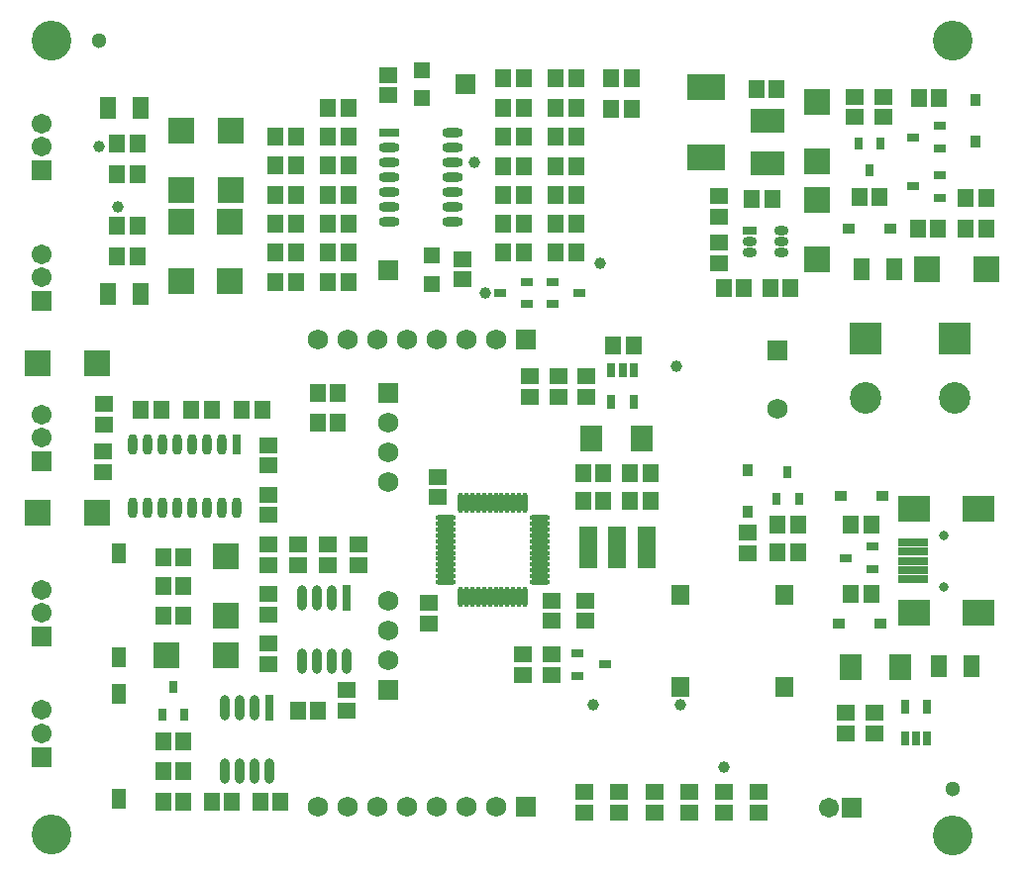
<source format=gts>
G04 Layer_Color=8388736*
%FSLAX25Y25*%
%MOIN*%
G70*
G01*
G75*
%ADD62C,0.03950*%
%ADD63R,0.05131X0.06706*%
%ADD64R,0.05524X0.07296*%
%ADD65R,0.05328X0.06115*%
%ADD66R,0.08674X0.08674*%
%ADD67R,0.06115X0.05328*%
%ADD68R,0.06706X0.07099*%
%ADD69R,0.05524X0.05524*%
%ADD70R,0.08674X0.08674*%
%ADD71R,0.04343X0.03162*%
%ADD72R,0.07099X0.03162*%
%ADD73O,0.07099X0.03162*%
%ADD74R,0.12611X0.08674*%
%ADD75R,0.03162X0.04343*%
%ADD76R,0.04147X0.03753*%
%ADD77R,0.03753X0.04147*%
%ADD78O,0.04934X0.03162*%
%ADD79R,0.04934X0.03162*%
%ADD80R,0.11824X0.07887*%
%ADD81R,0.07493X0.08674*%
%ADD82R,0.06312X0.14186*%
%ADD83R,0.02768X0.04737*%
%ADD84R,0.06312X0.06706*%
%ADD85R,0.10642X0.08674*%
%ADD86R,0.09855X0.02768*%
%ADD87R,0.03162X0.08674*%
%ADD88O,0.03162X0.08674*%
%ADD89O,0.03162X0.07099*%
%ADD90R,0.03162X0.07099*%
%ADD91O,0.06902X0.01784*%
%ADD92O,0.01784X0.06902*%
%ADD93C,0.05118*%
%ADD94C,0.13398*%
%ADD95R,0.06706X0.06706*%
%ADD96C,0.06706*%
%ADD97R,0.06706X0.06706*%
%ADD98R,0.10642X0.10642*%
%ADD99C,0.10642*%
%ADD100C,0.06800*%
%ADD101R,0.06800X0.06800*%
%ADD102R,0.06800X0.06800*%
%ADD103C,0.03162*%
D62*
X207874Y75394D02*
D03*
X237106D02*
D03*
X251772Y54331D02*
D03*
X235827Y189370D02*
D03*
X210039Y224213D02*
D03*
X171555Y214173D02*
D03*
X41437Y263386D02*
D03*
X47736Y243209D02*
D03*
X167717Y258169D02*
D03*
D63*
X48031Y78937D02*
D03*
Y43898D02*
D03*
Y126575D02*
D03*
Y91535D02*
D03*
D64*
X324016Y88287D02*
D03*
X335039D02*
D03*
X55512Y276575D02*
D03*
X44488D02*
D03*
X55512Y213779D02*
D03*
X44488D02*
D03*
X298031Y222047D02*
D03*
X309055D02*
D03*
D65*
X100787Y266732D02*
D03*
X107677D02*
D03*
X100787Y256968D02*
D03*
X107677D02*
D03*
X100787Y247205D02*
D03*
X107677D02*
D03*
Y237441D02*
D03*
X100787D02*
D03*
Y227677D02*
D03*
X107677D02*
D03*
X100787Y217913D02*
D03*
X107677D02*
D03*
X118453Y276433D02*
D03*
X125343D02*
D03*
Y266732D02*
D03*
X118453D02*
D03*
Y256968D02*
D03*
X125343D02*
D03*
Y247205D02*
D03*
X118453D02*
D03*
Y237441D02*
D03*
X125343D02*
D03*
Y227677D02*
D03*
X118453D02*
D03*
Y217913D02*
D03*
X125343D02*
D03*
X47638Y264370D02*
D03*
X54527D02*
D03*
X47638Y254134D02*
D03*
X54527D02*
D03*
X47638Y236614D02*
D03*
X54528D02*
D03*
X47638Y226279D02*
D03*
X54527D02*
D03*
X177559Y286319D02*
D03*
X184449D02*
D03*
X195276D02*
D03*
X202165D02*
D03*
X177559Y276433D02*
D03*
X184449D02*
D03*
Y266682D02*
D03*
X177559D02*
D03*
X184449Y256931D02*
D03*
X177559D02*
D03*
X202165Y276433D02*
D03*
X195276D02*
D03*
Y266682D02*
D03*
X202165D02*
D03*
Y256931D02*
D03*
X195276D02*
D03*
X213976Y286319D02*
D03*
X220866D02*
D03*
X213976Y276181D02*
D03*
X220866D02*
D03*
X202165Y247180D02*
D03*
X195276D02*
D03*
X202165Y237428D02*
D03*
X195276D02*
D03*
X202165Y227677D02*
D03*
X195276D02*
D03*
X184449Y247180D02*
D03*
X177559D02*
D03*
X184449Y237428D02*
D03*
X177559D02*
D03*
X184449Y227677D02*
D03*
X177559D02*
D03*
X251673Y215748D02*
D03*
X258563D02*
D03*
X274311D02*
D03*
X267421D02*
D03*
X268012Y245669D02*
D03*
X261122D02*
D03*
X297342Y246457D02*
D03*
X304232D02*
D03*
X324311Y279921D02*
D03*
X317421D02*
D03*
X340059Y246063D02*
D03*
X333169D02*
D03*
X323917Y235827D02*
D03*
X317028D02*
D03*
X340059D02*
D03*
X333169D02*
D03*
X262697Y282677D02*
D03*
X269587D02*
D03*
X204429Y153543D02*
D03*
X211319D02*
D03*
X220177D02*
D03*
X227067D02*
D03*
X211319Y144095D02*
D03*
X204429D02*
D03*
X227067D02*
D03*
X220177D02*
D03*
X221457Y196555D02*
D03*
X214567D02*
D03*
X301476Y136221D02*
D03*
X294587D02*
D03*
X276870Y126772D02*
D03*
X269980D02*
D03*
X276870Y136221D02*
D03*
X269980D02*
D03*
X301476Y112894D02*
D03*
X294587D02*
D03*
X63090Y42913D02*
D03*
X69980D02*
D03*
Y53018D02*
D03*
X63090D02*
D03*
X69980Y63123D02*
D03*
X63090D02*
D03*
X69980Y105512D02*
D03*
X63090D02*
D03*
X69980Y115354D02*
D03*
X63090D02*
D03*
Y125197D02*
D03*
X69980D02*
D03*
X108366Y73327D02*
D03*
X115256D02*
D03*
X79429Y42913D02*
D03*
X86319D02*
D03*
X95768D02*
D03*
X102657D02*
D03*
X89468Y174803D02*
D03*
X96358D02*
D03*
X79429D02*
D03*
X72539D02*
D03*
X62500D02*
D03*
X55610D02*
D03*
X121949Y170472D02*
D03*
X115059D02*
D03*
X121949Y180315D02*
D03*
X115059D02*
D03*
D66*
X69193Y248858D02*
D03*
Y268858D02*
D03*
X85728Y268858D02*
D03*
Y248858D02*
D03*
X69193Y218150D02*
D03*
Y238150D02*
D03*
X85335D02*
D03*
Y218150D02*
D03*
X283071Y225433D02*
D03*
Y245433D02*
D03*
Y258504D02*
D03*
Y278504D02*
D03*
X84252Y125354D02*
D03*
Y105354D02*
D03*
D67*
X138878Y280610D02*
D03*
Y287500D02*
D03*
X163854Y225594D02*
D03*
Y218705D02*
D03*
X204921Y46063D02*
D03*
Y39173D02*
D03*
X216634Y46063D02*
D03*
Y39173D02*
D03*
X228346Y46063D02*
D03*
Y39173D02*
D03*
X240059Y46063D02*
D03*
Y39173D02*
D03*
X251772Y46063D02*
D03*
Y39173D02*
D03*
X263484D02*
D03*
Y46063D02*
D03*
X250000Y246752D02*
D03*
Y239862D02*
D03*
Y231004D02*
D03*
Y224114D02*
D03*
X295965Y273327D02*
D03*
Y280217D02*
D03*
X305512Y273327D02*
D03*
Y280217D02*
D03*
X186614Y179232D02*
D03*
Y186122D02*
D03*
X196063Y179232D02*
D03*
Y186122D02*
D03*
X205512Y179232D02*
D03*
Y186122D02*
D03*
X292913Y72736D02*
D03*
Y65847D02*
D03*
X302658Y72736D02*
D03*
Y65847D02*
D03*
X184153Y85532D02*
D03*
Y92421D02*
D03*
X193701Y85532D02*
D03*
Y92421D02*
D03*
Y103642D02*
D03*
Y110531D02*
D03*
X205217Y103642D02*
D03*
Y110531D02*
D03*
X259941Y126476D02*
D03*
Y133366D02*
D03*
X124705Y73425D02*
D03*
Y80315D02*
D03*
X128740Y129429D02*
D03*
Y122539D02*
D03*
X118635Y129429D02*
D03*
Y122539D02*
D03*
X108530Y129429D02*
D03*
Y122539D02*
D03*
X98425Y129429D02*
D03*
Y122539D02*
D03*
X152362Y102854D02*
D03*
Y109744D02*
D03*
X98425Y89075D02*
D03*
Y95965D02*
D03*
X43012Y176673D02*
D03*
Y169783D02*
D03*
X42913Y153740D02*
D03*
Y160630D02*
D03*
X98425Y162894D02*
D03*
Y156004D02*
D03*
Y146161D02*
D03*
Y139272D02*
D03*
Y112697D02*
D03*
Y105807D02*
D03*
X155512Y152264D02*
D03*
Y145374D02*
D03*
D68*
X164862Y284449D02*
D03*
X138787Y221925D02*
D03*
D69*
X150295Y289173D02*
D03*
Y279724D02*
D03*
X153354Y217201D02*
D03*
Y226650D02*
D03*
D70*
X40709Y140059D02*
D03*
X20709D02*
D03*
X40709Y190551D02*
D03*
X20709D02*
D03*
X320315Y222047D02*
D03*
X340315D02*
D03*
X64016Y92126D02*
D03*
X84016D02*
D03*
D71*
X194193Y217913D02*
D03*
Y210433D02*
D03*
X203248Y214173D02*
D03*
X185531Y210433D02*
D03*
Y217913D02*
D03*
X176476Y214173D02*
D03*
X324606Y262795D02*
D03*
Y270276D02*
D03*
X315551Y266535D02*
D03*
X324606Y246260D02*
D03*
Y253740D02*
D03*
X315551Y250000D02*
D03*
X202658Y92716D02*
D03*
Y85236D02*
D03*
X211713Y88976D02*
D03*
X301870Y121161D02*
D03*
Y128642D02*
D03*
X292815Y124902D02*
D03*
D72*
X139126Y268150D02*
D03*
D73*
Y263150D02*
D03*
Y258150D02*
D03*
Y253150D02*
D03*
Y248150D02*
D03*
Y243150D02*
D03*
Y238150D02*
D03*
X160583Y268150D02*
D03*
Y263150D02*
D03*
Y258150D02*
D03*
Y253150D02*
D03*
Y248150D02*
D03*
Y243150D02*
D03*
Y238150D02*
D03*
D74*
X245669Y283465D02*
D03*
Y259842D02*
D03*
D75*
X304528Y264370D02*
D03*
X297047D02*
D03*
X300787Y255315D02*
D03*
X269587Y144685D02*
D03*
X277067D02*
D03*
X273327Y153740D02*
D03*
X62795Y72244D02*
D03*
X70276D02*
D03*
X66535Y81299D02*
D03*
D76*
X307776Y235827D02*
D03*
X293799D02*
D03*
X290453Y102756D02*
D03*
X304429D02*
D03*
X305020Y145866D02*
D03*
X291043D02*
D03*
D77*
X336614Y279035D02*
D03*
Y265059D02*
D03*
X259941Y140551D02*
D03*
Y154528D02*
D03*
D78*
X271161Y235236D02*
D03*
Y231496D02*
D03*
Y227756D02*
D03*
X260335D02*
D03*
Y231496D02*
D03*
D79*
Y235236D02*
D03*
D80*
X266535Y272244D02*
D03*
Y257677D02*
D03*
D81*
X224114Y164961D02*
D03*
X207185D02*
D03*
X294390Y88189D02*
D03*
X311319D02*
D03*
D82*
X225689Y128543D02*
D03*
X215846D02*
D03*
X206004D02*
D03*
D83*
X221457Y187992D02*
D03*
X217717D02*
D03*
X213976D02*
D03*
Y177362D02*
D03*
X221457D02*
D03*
X312697Y63976D02*
D03*
X316437D02*
D03*
X320177D02*
D03*
Y74606D02*
D03*
X312697D02*
D03*
D84*
X272146Y81595D02*
D03*
Y112303D02*
D03*
X237106Y81595D02*
D03*
Y112303D02*
D03*
D85*
X315846Y141437D02*
D03*
Y106398D02*
D03*
X337500D02*
D03*
Y141437D02*
D03*
D86*
X315453Y130217D02*
D03*
Y127067D02*
D03*
Y123917D02*
D03*
Y120768D02*
D03*
Y117619D02*
D03*
D87*
X98976Y74410D02*
D03*
X124961Y111417D02*
D03*
D88*
X83976Y74410D02*
D03*
X93976D02*
D03*
X88976D02*
D03*
X93976Y53150D02*
D03*
X83976D02*
D03*
X98976D02*
D03*
X88976D02*
D03*
X114961Y90158D02*
D03*
X124961D02*
D03*
X109961D02*
D03*
X119961D02*
D03*
X114961Y111417D02*
D03*
X119961D02*
D03*
X109961D02*
D03*
D89*
X52973Y141634D02*
D03*
X57973D02*
D03*
X62972D02*
D03*
X67972D02*
D03*
X72973D02*
D03*
X77973D02*
D03*
X82973D02*
D03*
X87972D02*
D03*
X52973Y163091D02*
D03*
X57973D02*
D03*
X62972D02*
D03*
X67972D02*
D03*
X72973D02*
D03*
X77973D02*
D03*
X82973D02*
D03*
D90*
X87972D02*
D03*
D91*
X189862Y116732D02*
D03*
Y118701D02*
D03*
Y120669D02*
D03*
Y122638D02*
D03*
Y124606D02*
D03*
Y126575D02*
D03*
Y128543D02*
D03*
Y130512D02*
D03*
Y132480D02*
D03*
Y134449D02*
D03*
Y136417D02*
D03*
Y138386D02*
D03*
X158169D02*
D03*
Y136417D02*
D03*
Y134449D02*
D03*
Y132480D02*
D03*
Y130512D02*
D03*
Y128543D02*
D03*
Y126575D02*
D03*
Y124606D02*
D03*
Y122638D02*
D03*
Y120669D02*
D03*
Y118701D02*
D03*
Y116732D02*
D03*
D92*
X184843Y143405D02*
D03*
X182874D02*
D03*
X180905D02*
D03*
X178937D02*
D03*
X176969D02*
D03*
X175000D02*
D03*
X173031D02*
D03*
X171063D02*
D03*
X169095D02*
D03*
X167126D02*
D03*
X165157D02*
D03*
X163189D02*
D03*
Y111713D02*
D03*
X165157D02*
D03*
X167126D02*
D03*
X169095D02*
D03*
X171063D02*
D03*
X173031D02*
D03*
X175000D02*
D03*
X176969D02*
D03*
X178937D02*
D03*
X180905D02*
D03*
X182874D02*
D03*
X184843D02*
D03*
D93*
X328740Y47244D02*
D03*
X41339Y299213D02*
D03*
D94*
X25591D02*
D03*
X328740D02*
D03*
Y31496D02*
D03*
X25591Y31890D02*
D03*
D95*
X22047Y211417D02*
D03*
Y255512D02*
D03*
Y57874D02*
D03*
Y98425D02*
D03*
Y157480D02*
D03*
D96*
Y219291D02*
D03*
Y227165D02*
D03*
Y271260D02*
D03*
Y263386D02*
D03*
X287106Y40650D02*
D03*
X22047Y65748D02*
D03*
Y73622D02*
D03*
Y106299D02*
D03*
Y114173D02*
D03*
Y165354D02*
D03*
Y173228D02*
D03*
D97*
X294980Y40650D02*
D03*
D98*
X299528Y198819D02*
D03*
X329528D02*
D03*
D99*
X299528Y178819D02*
D03*
X329528D02*
D03*
D100*
X138976Y100551D02*
D03*
Y90551D02*
D03*
Y110551D02*
D03*
Y160394D02*
D03*
Y170394D02*
D03*
Y150394D02*
D03*
X115039Y40945D02*
D03*
X125039D02*
D03*
X135039D02*
D03*
X145039D02*
D03*
X165039D02*
D03*
X175039D02*
D03*
X155039D02*
D03*
X115039Y198425D02*
D03*
X125039D02*
D03*
X135039D02*
D03*
X145039D02*
D03*
X165039D02*
D03*
X175039D02*
D03*
X155039D02*
D03*
X269685Y175197D02*
D03*
D101*
X138976Y80551D02*
D03*
Y180394D02*
D03*
D102*
X185039Y40945D02*
D03*
Y198425D02*
D03*
X269685Y194882D02*
D03*
D103*
X325689Y115256D02*
D03*
Y132579D02*
D03*
M02*

</source>
